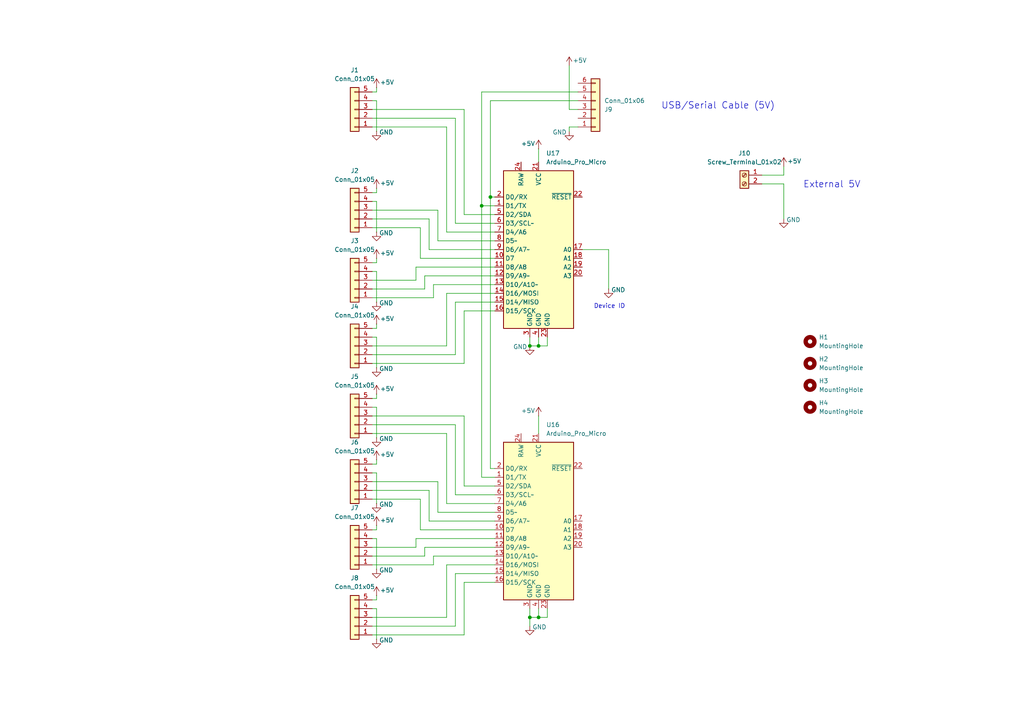
<source format=kicad_sch>
(kicad_sch (version 20231120) (generator "eeschema") (generator_version "8.0")
  (paper "A4")
  (lib_symbols
    (symbol "Connector:Screw_Terminal_01x02" (pin_names (offset 1.016) hide)
      (property "Reference" "J" (at 0 2.54 0))
      (property "Value" "Screw_Terminal_01x02" (at 0 -5.08 0))
      (symbol "Screw_Terminal_01x02_1_1"
        (rectangle (start -1.27 1.27) (end 1.27 -3.81) (stroke (width 0.254)) (fill (type background)))
        (circle (center 0 -2.54) (radius 0.635) (stroke (width 0.1524)))
        (polyline (pts (xy -0.5334 -2.2098) (xy 0.3302 -3.048)) (stroke (width 0.1524)))
        (polyline (pts (xy -0.5334 0.3302) (xy 0.3302 -0.508)) (stroke (width 0.1524)))
        (polyline (pts (xy -0.3556 -2.032) (xy 0.508 -2.8702)) (stroke (width 0.1524)))
        (polyline (pts (xy -0.3556 0.508) (xy 0.508 -0.3302)) (stroke (width 0.1524)))
        (circle (center 0 0) (radius 0.635) (stroke (width 0.1524)))
        (pin passive line (at -5.08 0 0) (length 3.81) (name "Pin_1") (number "1"))
        (pin passive line (at -5.08 -2.54 0) (length 3.81) (name "Pin_2") (number "2"))
      )
    )
    (symbol "Connector_Generic:Conn_01x05" (pin_names (offset 1.016) hide)
      (property "Reference" "J" (at 0 7.62 0))
      (property "Value" "Conn_01x05" (at 0 -7.62 0))
      (symbol "Conn_01x05_1_1"
        (rectangle (start -1.27 -4.953) (end 0 -5.207) (stroke (width 0.1524)))
        (rectangle (start -1.27 -2.413) (end 0 -2.667) (stroke (width 0.1524)))
        (rectangle (start -1.27 0.127) (end 0 -0.127) (stroke (width 0.1524)))
        (rectangle (start -1.27 2.667) (end 0 2.413) (stroke (width 0.1524)))
        (rectangle (start -1.27 5.207) (end 0 4.953) (stroke (width 0.1524)))
        (rectangle (start -1.27 6.35) (end 1.27 -6.35) (stroke (width 0.254)) (fill (type background)))
        (pin passive line (at -5.08 5.08 0) (length 3.81) (name "Pin_1") (number "1"))
        (pin passive line (at -5.08 2.54 0) (length 3.81) (name "Pin_2") (number "2"))
        (pin passive line (at -5.08 0 0) (length 3.81) (name "Pin_3") (number "3"))
        (pin passive line (at -5.08 -2.54 0) (length 3.81) (name "Pin_4") (number "4"))
        (pin passive line (at -5.08 -5.08 0) (length 3.81) (name "Pin_5") (number "5"))
      )
    )
    (symbol "Connector_Generic:Conn_01x06" (pin_names (offset 1.016) hide)
      (property "Reference" "J" (at 0 7.62 0))
      (property "Value" "Conn_01x06" (at 0 -10.16 0))
      (symbol "Conn_01x06_1_1"
        (rectangle (start -1.27 -7.493) (end 0 -7.747) (stroke (width 0.1524)))
        (rectangle (start -1.27 -4.953) (end 0 -5.207) (stroke (width 0.1524)))
        (rectangle (start -1.27 -2.413) (end 0 -2.667) (stroke (width 0.1524)))
        (rectangle (start -1.27 0.127) (end 0 -0.127) (stroke (width 0.1524)))
        (rectangle (start -1.27 2.667) (end 0 2.413) (stroke (width 0.1524)))
        (rectangle (start -1.27 5.207) (end 0 4.953) (stroke (width 0.1524)))
        (rectangle (start -1.27 6.35) (end 1.27 -8.89) (stroke (width 0.254)) (fill (type background)))
        (pin passive line (at -5.08 5.08 0) (length 3.81) (name "Pin_1") (number "1"))
        (pin passive line (at -5.08 2.54 0) (length 3.81) (name "Pin_2") (number "2"))
        (pin passive line (at -5.08 0 0) (length 3.81) (name "Pin_3") (number "3"))
        (pin passive line (at -5.08 -2.54 0) (length 3.81) (name "Pin_4") (number "4"))
        (pin passive line (at -5.08 -5.08 0) (length 3.81) (name "Pin_5") (number "5"))
        (pin passive line (at -5.08 -7.62 0) (length 3.81) (name "Pin_6") (number "6"))
      )
    )
    (symbol "Mechanical:MountingHole" (pin_names (offset 1.016)) (exclude_from_sim yes) (in_bom no)
      (property "Reference" "H" (at 0 5.08 0))
      (property "Value" "MountingHole" (at 0 3.175 0))
      (symbol "MountingHole_0_1"
        (circle (center 0 0) (radius 1.27) (stroke (width 1.27)))
      )
    )
    (symbol "my_arduinos:Arduino_pro_micro"
      (property "Reference" "U" (at 1.9559 26.67 0))
      (property "Value" "Arduino_Pro_Micro" (at 1.9559 24.13 0))
      (symbol "Arduino_pro_micro_0_1"
        (rectangle (start -10.16 22.86) (end 10.16 -22.86) (stroke (width 0.254)) (fill (type background)))
      )
      (symbol "Arduino_pro_micro_1_1"
        (pin bidirectional line (at -12.7 12.7 0) (length 2.54) (name "D1/TX") (number "1"))
        (pin bidirectional line (at -12.7 -2.54 0) (length 2.54) (name "D7") (number "10"))
        (pin bidirectional line (at -12.7 -5.08 0) (length 2.54) (name "D8/A8") (number "11"))
        (pin bidirectional line (at -12.7 -7.62 0) (length 2.54) (name "D9/A9~") (number "12"))
        (pin bidirectional line (at -12.7 -10.16 0) (length 2.54) (name "D10/A10~") (number "13"))
        (pin bidirectional line (at -12.7 -12.7 0) (length 2.54) (name "D16/MOSI") (number "14"))
        (pin bidirectional line (at -12.7 -15.24 0) (length 2.54) (name "D14/MISO") (number "15"))
        (pin bidirectional line (at -12.7 -17.78 0) (length 2.54) (name "D15/SCK") (number "16"))
        (pin bidirectional line (at 12.7 0 180) (length 2.54) (name "A0") (number "17"))
        (pin bidirectional line (at 12.7 -2.54 180) (length 2.54) (name "A1") (number "18"))
        (pin bidirectional line (at 12.7 -5.08 180) (length 2.54) (name "A2") (number "19"))
        (pin bidirectional line (at -12.7 15.24 0) (length 2.54) (name "D0/RX") (number "2"))
        (pin bidirectional line (at 12.7 -7.62 180) (length 2.54) (name "A3") (number "20"))
        (pin power_out line (at 0 25.4 270) (length 2.54) (name "VCC") (number "21"))
        (pin input line (at 12.7 15.24 180) (length 2.54) (name "~{RESET}") (number "22"))
        (pin power_in line (at 2.54 -25.4 90) (length 2.54) (name "GND") (number "23"))
        (pin input line (at -5.08 25.4 270) (length 2.54) (name "RAW") (number "24"))
        (pin power_in line (at -2.54 -25.4 90) (length 2.54) (name "GND") (number "3"))
        (pin power_in line (at 0 -25.4 90) (length 2.54) (name "GND") (number "4"))
        (pin bidirectional line (at -12.7 10.16 0) (length 2.54) (name "D2/SDA") (number "5"))
        (pin bidirectional line (at -12.7 7.62 0) (length 2.54) (name "D3/SCL~") (number "6"))
        (pin bidirectional line (at -12.7 5.08 0) (length 2.54) (name "D4/A6") (number "7"))
        (pin bidirectional line (at -12.7 2.54 0) (length 2.54) (name "D5~") (number "8"))
        (pin bidirectional line (at -12.7 0 0) (length 2.54) (name "D6/A7~") (number "9"))
      )
    )
    (symbol "power:+5V" (power) (pin_numbers hide) (pin_names (offset 0) hide)
      (property "Value" "+5V" (at 0 3.556 0))
      (symbol "+5V_0_1"
        (polyline (pts (xy -0.762 1.27) (xy 0 2.54)))
        (polyline (pts (xy 0 0) (xy 0 2.54)))
        (polyline (pts (xy 0 2.54) (xy 0.762 1.27)))
      )
      (symbol "+5V_1_1"
        (pin power_in line (at 0 0 90) (length 0) (name "~") (number "1"))
      )
    )
    (symbol "power:GND" (power) (pin_numbers hide) (pin_names (offset 0) hide)
      (property "Value" "GND" (at 0 -3.81 0))
      (symbol "GND_0_1"
        (polyline (pts (xy 0 0) (xy 0 -1.27) (xy 1.27 -1.27) (xy 0 -2.54) (xy -1.27 -1.27) (xy 0 -1.27)))
      )
      (symbol "GND_1_1"
        (pin power_in line (at 0 0 270) (length 0) (name "~") (number "1"))
      )
    )
  )
  (junction (at 153.67 100.33))
  (junction (at 156.21 179.07))
  (junction (at 139.7 59.69))
  (junction (at 153.67 179.07))
  (junction (at 156.21 100.33))
  (junction (at 142.24 57.15))
  (wire (pts (xy 121.92 144.78) (xy 121.92 153.67)))
  (wire (pts (xy 109.22 176.53) (xy 109.22 185.42)))
  (wire (pts (xy 107.95 125.73) (xy 129.54 125.73)))
  (wire (pts (xy 156.21 120.65) (xy 156.21 125.73)))
  (wire (pts (xy 129.54 67.31) (xy 143.51 67.31)))
  (wire (pts (xy 107.95 173.99) (xy 109.22 173.99)))
  (wire (pts (xy 107.95 142.24) (xy 124.46 142.24)))
  (wire (pts (xy 156.21 97.79) (xy 156.21 100.33)))
  (wire (pts (xy 109.22 54.61) (xy 109.22 55.88)))
  (wire (pts (xy 109.22 172.72) (xy 109.22 173.99)))
  (wire (pts (xy 125.73 163.83) (xy 125.73 161.29)))
  (wire (pts (xy 139.7 138.43) (xy 139.7 59.69)))
  (wire (pts (xy 127 148.59) (xy 143.51 148.59)))
  (wire (pts (xy 132.08 34.29) (xy 132.08 64.77)))
  (wire (pts (xy 227.33 48.26) (xy 227.33 50.8)))
  (wire (pts (xy 158.75 100.33) (xy 158.75 97.79)))
  (wire (pts (xy 129.54 85.09) (xy 143.51 85.09)))
  (wire (pts (xy 109.22 58.42) (xy 109.22 67.31)))
  (wire (pts (xy 109.22 156.21) (xy 109.22 165.1)))
  (wire (pts (xy 107.95 86.36) (xy 125.73 86.36)))
  (wire (pts (xy 120.65 81.28) (xy 120.65 77.47)))
  (wire (pts (xy 107.95 100.33) (xy 129.54 100.33)))
  (wire (pts (xy 132.08 123.19) (xy 132.08 143.51)))
  (wire (pts (xy 124.46 63.5) (xy 124.46 72.39)))
  (wire (pts (xy 142.24 135.89) (xy 142.24 57.15)))
  (wire (pts (xy 109.22 29.21) (xy 109.22 38.1)))
  (wire (pts (xy 129.54 163.83) (xy 143.51 163.83)))
  (wire (pts (xy 107.95 139.7) (xy 127 139.7)))
  (wire (pts (xy 134.62 120.65) (xy 134.62 140.97)))
  (wire (pts (xy 124.46 72.39) (xy 143.51 72.39)))
  (wire (pts (xy 123.19 83.82) (xy 123.19 80.01)))
  (wire (pts (xy 107.95 60.96) (xy 127 60.96)))
  (wire (pts (xy 220.98 53.34) (xy 227.33 53.34)))
  (wire (pts (xy 121.92 74.93) (xy 143.51 74.93)))
  (wire (pts (xy 107.95 156.21) (xy 109.22 156.21)))
  (wire (pts (xy 107.95 26.67) (xy 109.22 26.67)))
  (wire (pts (xy 109.22 97.79) (xy 109.22 106.68)))
  (wire (pts (xy 132.08 143.51) (xy 143.51 143.51)))
  (wire (pts (xy 165.1 19.05) (xy 165.1 31.75)))
  (wire (pts (xy 156.21 179.07) (xy 156.21 176.53)))
  (wire (pts (xy 220.98 50.8) (xy 227.33 50.8)))
  (wire (pts (xy 107.95 134.62) (xy 109.22 134.62)))
  (wire (pts (xy 153.67 97.79) (xy 153.67 100.33)))
  (wire (pts (xy 167.64 31.75) (xy 165.1 31.75)))
  (wire (pts (xy 120.65 156.21) (xy 143.51 156.21)))
  (wire (pts (xy 129.54 36.83) (xy 129.54 67.31)))
  (wire (pts (xy 127 60.96) (xy 127 69.85)))
  (wire (pts (xy 124.46 142.24) (xy 124.46 151.13)))
  (wire (pts (xy 165.1 38.1) (xy 165.1 36.83)))
  (wire (pts (xy 107.95 102.87) (xy 132.08 102.87)))
  (wire (pts (xy 107.95 58.42) (xy 109.22 58.42)))
  (wire (pts (xy 107.95 78.74) (xy 109.22 78.74)))
  (wire (pts (xy 124.46 151.13) (xy 143.51 151.13)))
  (wire (pts (xy 143.51 135.89) (xy 142.24 135.89)))
  (wire (pts (xy 107.95 181.61) (xy 132.08 181.61)))
  (wire (pts (xy 107.95 161.29) (xy 123.19 161.29)))
  (wire (pts (xy 109.22 114.3) (xy 109.22 115.57)))
  (wire (pts (xy 132.08 64.77) (xy 143.51 64.77)))
  (wire (pts (xy 125.73 161.29) (xy 143.51 161.29)))
  (wire (pts (xy 125.73 86.36) (xy 125.73 82.55)))
  (wire (pts (xy 107.95 36.83) (xy 129.54 36.83)))
  (wire (pts (xy 158.75 179.07) (xy 158.75 176.53)))
  (wire (pts (xy 134.62 140.97) (xy 143.51 140.97)))
  (wire (pts (xy 132.08 87.63) (xy 143.51 87.63)))
  (wire (pts (xy 134.62 62.23) (xy 143.51 62.23)))
  (wire (pts (xy 121.92 66.04) (xy 121.92 74.93)))
  (wire (pts (xy 129.54 100.33) (xy 129.54 85.09)))
  (wire (pts (xy 107.95 115.57) (xy 109.22 115.57)))
  (wire (pts (xy 107.95 123.19) (xy 132.08 123.19)))
  (wire (pts (xy 107.95 83.82) (xy 123.19 83.82)))
  (wire (pts (xy 107.95 76.2) (xy 109.22 76.2)))
  (wire (pts (xy 139.7 59.69) (xy 139.7 26.67)))
  (wire (pts (xy 153.67 100.33) (xy 156.21 100.33)))
  (wire (pts (xy 109.22 137.16) (xy 109.22 146.05)))
  (wire (pts (xy 143.51 138.43) (xy 139.7 138.43)))
  (wire (pts (xy 156.21 43.18) (xy 156.21 46.99)))
  (wire (pts (xy 134.62 168.91) (xy 143.51 168.91)))
  (wire (pts (xy 176.53 72.39) (xy 176.53 83.82)))
  (wire (pts (xy 134.62 90.17) (xy 143.51 90.17)))
  (wire (pts (xy 134.62 31.75) (xy 134.62 62.23)))
  (wire (pts (xy 127 139.7) (xy 127 148.59)))
  (wire (pts (xy 109.22 152.4) (xy 109.22 153.67)))
  (wire (pts (xy 120.65 158.75) (xy 120.65 156.21)))
  (wire (pts (xy 107.95 63.5) (xy 124.46 63.5)))
  (wire (pts (xy 129.54 125.73) (xy 129.54 146.05)))
  (wire (pts (xy 153.67 179.07) (xy 156.21 179.07)))
  (wire (pts (xy 107.95 97.79) (xy 109.22 97.79)))
  (wire (pts (xy 107.95 66.04) (xy 121.92 66.04)))
  (wire (pts (xy 168.91 72.39) (xy 176.53 72.39)))
  (wire (pts (xy 107.95 120.65) (xy 134.62 120.65)))
  (wire (pts (xy 132.08 181.61) (xy 132.08 166.37)))
  (wire (pts (xy 142.24 57.15) (xy 143.51 57.15)))
  (wire (pts (xy 142.24 57.15) (xy 142.24 29.21)))
  (wire (pts (xy 123.19 80.01) (xy 143.51 80.01)))
  (wire (pts (xy 109.22 93.98) (xy 109.22 95.25)))
  (wire (pts (xy 107.95 31.75) (xy 134.62 31.75)))
  (wire (pts (xy 134.62 184.15) (xy 134.62 168.91)))
  (wire (pts (xy 127 69.85) (xy 143.51 69.85)))
  (wire (pts (xy 156.21 100.33) (xy 158.75 100.33)))
  (wire (pts (xy 120.65 77.47) (xy 143.51 77.47)))
  (wire (pts (xy 107.95 29.21) (xy 109.22 29.21)))
  (wire (pts (xy 107.95 137.16) (xy 109.22 137.16)))
  (wire (pts (xy 132.08 166.37) (xy 143.51 166.37)))
  (wire (pts (xy 109.22 78.74) (xy 109.22 87.63)))
  (wire (pts (xy 107.95 176.53) (xy 109.22 176.53)))
  (wire (pts (xy 227.33 53.34) (xy 227.33 63.5)))
  (wire (pts (xy 107.95 55.88) (xy 109.22 55.88)))
  (wire (pts (xy 107.95 179.07) (xy 129.54 179.07)))
  (wire (pts (xy 132.08 102.87) (xy 132.08 87.63)))
  (wire (pts (xy 107.95 153.67) (xy 109.22 153.67)))
  (wire (pts (xy 129.54 179.07) (xy 129.54 163.83)))
  (wire (pts (xy 153.67 179.07) (xy 153.67 181.61)))
  (wire (pts (xy 134.62 105.41) (xy 134.62 90.17)))
  (wire (pts (xy 109.22 118.11) (xy 109.22 127)))
  (wire (pts (xy 107.95 163.83) (xy 125.73 163.83)))
  (wire (pts (xy 139.7 26.67) (xy 167.64 26.67)))
  (wire (pts (xy 109.22 133.35) (xy 109.22 134.62)))
  (wire (pts (xy 125.73 82.55) (xy 143.51 82.55)))
  (wire (pts (xy 156.21 179.07) (xy 158.75 179.07)))
  (wire (pts (xy 142.24 29.21) (xy 167.64 29.21)))
  (wire (pts (xy 109.22 25.4) (xy 109.22 26.67)))
  (wire (pts (xy 107.95 81.28) (xy 120.65 81.28)))
  (wire (pts (xy 107.95 158.75) (xy 120.65 158.75)))
  (wire (pts (xy 123.19 161.29) (xy 123.19 158.75)))
  (wire (pts (xy 153.67 176.53) (xy 153.67 179.07)))
  (wire (pts (xy 107.95 95.25) (xy 109.22 95.25)))
  (wire (pts (xy 139.7 59.69) (xy 143.51 59.69)))
  (wire (pts (xy 107.95 184.15) (xy 134.62 184.15)))
  (wire (pts (xy 107.95 144.78) (xy 121.92 144.78)))
  (wire (pts (xy 107.95 118.11) (xy 109.22 118.11)))
  (wire (pts (xy 129.54 146.05) (xy 143.51 146.05)))
  (wire (pts (xy 107.95 34.29) (xy 132.08 34.29)))
  (wire (pts (xy 165.1 36.83) (xy 167.64 36.83)))
  (wire (pts (xy 123.19 158.75) (xy 143.51 158.75)))
  (wire (pts (xy 107.95 105.41) (xy 134.62 105.41)))
  (wire (pts (xy 121.92 153.67) (xy 143.51 153.67)))
  (wire (pts (xy 109.22 74.93) (xy 109.22 76.2)))
  (text "Device ID" (at 176.784 88.9 0) (effects (font (size 1.27 1.27))))
  (text "External 5V" (at 241.3 53.594 0) (effects (font (size 1.905 1.905))))
  (text "USB/Serial Cable (5V)" (at 208.28 30.734 0) (effects (font (size 1.905 1.905))))
  (symbol (lib_id "power:+5V") (at 109.22 172.72 0) (unit 1)
    (property "Reference" "#PWR02" (effects (hide yes)))
    (property "Value" "+5V" (at 112.268 171.196 0))
    (property "Description" "Power symbol creates a global label with name \"+5V\"" (effects (hide yes)))
  )
  (symbol (lib_id "power:GND") (at 109.22 165.1 0) (unit 1)
    (property "Reference" "#PWR04" (effects (hide yes)))
    (property "Value" "GND" (at 112.014 165.354 0))
    (property "Description" "Power symbol creates a global label with name \"GND\" , ground" (effects (hide yes)))
  )
  (symbol (lib_id "power:GND") (at 176.53 83.82 0) (unit 1)
    (property "Reference" "#PWR017" (effects (hide yes)))
    (property "Value" "GND" (at 179.324 84.074 0))
    (property "Description" "Power symbol creates a global label with name \"GND\" , ground" (effects (hide yes)))
  )
  (symbol (lib_id "power:+5V") (at 156.21 120.65 0) (mirror y) (unit 1)
    (property "Reference" "#PWR022" (effects (hide yes)))
    (property "Value" "+5V" (at 153.162 119.126 0))
    (property "Description" "Power symbol creates a global label with name \"+5V\"" (effects (hide yes)))
  )
  (symbol (lib_id "power:+5V") (at 165.1 19.05 0) (unit 1)
    (property "Reference" "#PWR019" (effects (hide yes)))
    (property "Value" "+5V" (at 168.148 17.526 0))
    (property "Description" "Power symbol creates a global label with name \"+5V\"" (effects (hide yes)))
  )
  (symbol (lib_id "power:GND") (at 109.22 67.31 0) (unit 1)
    (property "Reference" "#PWR014" (effects (hide yes)))
    (property "Value" "GND" (at 112.014 67.564 0))
    (property "Description" "Power symbol creates a global label with name \"GND\" , ground" (effects (hide yes)))
  )
  (symbol (lib_id "power:GND") (at 153.67 100.33 0) (mirror y) (unit 1)
    (property "Reference" "#PWR023" (effects (hide yes)))
    (property "Value" "GND" (at 150.876 100.584 0))
    (property "Description" "Power symbol creates a global label with name \"GND\" , ground" (effects (hide yes)))
  )
  (symbol (lib_id "power:+5V") (at 227.33 48.26 0) (unit 1)
    (property "Reference" "#PWR025" (effects (hide yes)))
    (property "Value" "+5V" (at 230.378 46.736 0))
    (property "Description" "Power symbol creates a global label with name \"+5V\"" (effects (hide yes)))
  )
  (symbol (lib_id "Connector_Generic:Conn_01x05") (at 102.87 81.28 180) (unit 1)
    (property "Reference" "J3" (at 102.87 69.85 0))
    (property "Value" "Conn_01x05" (at 102.87 72.39 0))
    (property "Footprint" "Connector_PinHeader_2.54mm:PinHeader_1x05_P2.54mm_Vertical" (effects (hide yes)))
    (property "Description" "Generic connector, single row, 01x05, script generated (kicad-library-utils/schlib/autogen/connector/)" (effects (hide yes)))
  )
  (symbol (lib_id "Connector_Generic:Conn_01x05") (at 102.87 158.75 180) (unit 1)
    (property "Reference" "J7" (at 102.87 147.32 0))
    (property "Value" "Conn_01x05" (at 102.87 149.86 0))
    (property "Footprint" "Connector_PinHeader_2.54mm:PinHeader_1x05_P2.54mm_Vertical" (effects (hide yes)))
    (property "Description" "Generic connector, single row, 01x05, script generated (kicad-library-utils/schlib/autogen/connector/)" (effects (hide yes)))
  )
  (symbol (lib_id "Mechanical:MountingHole") (at 234.95 118.11 0) (unit 1) (exclude_from_sim yes) (in_bom no)
    (property "Reference" "H4" (at 237.49 116.8399 0) (effects (justify left)))
    (property "Value" "MountingHole" (at 237.49 119.3799 0) (effects (justify left)))
    (property "Footprint" "MountingHole:MountingHole_4.3mm_M4" (effects (hide yes)))
    (property "Description" "Mounting Hole without connection" (effects (hide yes)))
  )
  (symbol (lib_id "Mechanical:MountingHole") (at 234.95 111.76 0) (unit 1) (exclude_from_sim yes) (in_bom no)
    (property "Reference" "H3" (at 237.49 110.4899 0) (effects (justify left)))
    (property "Value" "MountingHole" (at 237.49 113.0299 0) (effects (justify left)))
    (property "Footprint" "MountingHole:MountingHole_4.3mm_M4" (effects (hide yes)))
    (property "Description" "Mounting Hole without connection" (effects (hide yes)))
  )
  (symbol (lib_id "power:+5V") (at 109.22 152.4 0) (unit 1)
    (property "Reference" "#PWR03" (effects (hide yes)))
    (property "Value" "+5V" (at 112.268 150.876 0))
    (property "Description" "Power symbol creates a global label with name \"+5V\"" (effects (hide yes)))
  )
  (symbol (lib_id "Connector_Generic:Conn_01x05") (at 102.87 31.75 180) (unit 1)
    (property "Reference" "J1" (at 102.87 20.32 0))
    (property "Value" "Conn_01x05" (at 102.87 22.86 0))
    (property "Footprint" "Connector_PinHeader_2.54mm:PinHeader_1x05_P2.54mm_Vertical" (effects (hide yes)))
    (property "Description" "Generic connector, single row, 01x05, script generated (kicad-library-utils/schlib/autogen/connector/)" (effects (hide yes)))
  )
  (symbol (lib_id "power:+5V") (at 109.22 25.4 0) (unit 1)
    (property "Reference" "#PWR015" (effects (hide yes)))
    (property "Value" "+5V" (at 112.268 23.876 0))
    (property "Description" "Power symbol creates a global label with name \"+5V\"" (effects (hide yes)))
  )
  (symbol (lib_id "Connector_Generic:Conn_01x05") (at 102.87 179.07 180) (unit 1)
    (property "Reference" "J8" (at 102.87 167.64 0))
    (property "Value" "Conn_01x05" (at 102.87 170.18 0))
    (property "Footprint" "Connector_PinHeader_2.54mm:PinHeader_1x05_P2.54mm_Vertical" (effects (hide yes)))
    (property "Description" "Generic connector, single row, 01x05, script generated (kicad-library-utils/schlib/autogen/connector/)" (effects (hide yes)))
  )
  (symbol (lib_id "Connector_Generic:Conn_01x05") (at 102.87 60.96 180) (unit 1)
    (property "Reference" "J2" (at 102.87 49.53 0))
    (property "Value" "Conn_01x05" (at 102.87 52.07 0))
    (property "Footprint" "Connector_PinHeader_2.54mm:PinHeader_1x05_P2.54mm_Vertical" (effects (hide yes)))
    (property "Description" "Generic connector, single row, 01x05, script generated (kicad-library-utils/schlib/autogen/connector/)" (effects (hide yes)))
  )
  (symbol (lib_id "Mechanical:MountingHole") (at 234.95 99.06 0) (unit 1) (exclude_from_sim yes) (in_bom no)
    (property "Reference" "H1" (at 237.49 97.7899 0) (effects (justify left)))
    (property "Value" "MountingHole" (at 237.49 100.3299 0) (effects (justify left)))
    (property "Footprint" "MountingHole:MountingHole_4.3mm_M4" (effects (hide yes)))
    (property "Description" "Mounting Hole without connection" (effects (hide yes)))
  )
  (symbol (lib_id "power:GND") (at 165.1 38.1 0) (mirror y) (unit 1)
    (property "Reference" "#PWR018" (effects (hide yes)))
    (property "Value" "GND" (at 162.306 38.354 0))
    (property "Description" "Power symbol creates a global label with name \"GND\" , ground" (effects (hide yes)))
  )
  (symbol (lib_id "power:+5V") (at 109.22 54.61 0) (unit 1)
    (property "Reference" "#PWR013" (effects (hide yes)))
    (property "Value" "+5V" (at 112.268 53.086 0))
    (property "Description" "Power symbol creates a global label with name \"+5V\"" (effects (hide yes)))
  )
  (symbol (lib_id "power:+5V") (at 109.22 133.35 0) (unit 1)
    (property "Reference" "#PWR05" (effects (hide yes)))
    (property "Value" "+5V" (at 112.268 131.826 0))
    (property "Description" "Power symbol creates a global label with name \"+5V\"" (effects (hide yes)))
  )
  (symbol (lib_id "power:+5V") (at 109.22 114.3 0) (unit 1)
    (property "Reference" "#PWR07" (effects (hide yes)))
    (property "Value" "+5V" (at 112.268 112.776 0))
    (property "Description" "Power symbol creates a global label with name \"+5V\"" (effects (hide yes)))
  )
  (symbol (lib_id "Connector:Screw_Terminal_01x02") (at 215.9 50.8 0) (mirror y) (unit 1)
    (property "Reference" "J10" (at 215.9 44.45 0))
    (property "Value" "Screw_Terminal_01x02" (at 215.9 46.99 0))
    (property "Footprint" "Connector_Wago:Wago_734-132_1x02_P3.50mm_Vertical" (effects (hide yes)))
    (property "Description" "Generic screw terminal, single row, 01x02, script generated (kicad-library-utils/schlib/autogen/connector/)" (effects (hide yes)))
  )
  (symbol (lib_id "Connector_Generic:Conn_01x05") (at 102.87 100.33 180) (unit 1)
    (property "Reference" "J4" (at 102.87 88.9 0))
    (property "Value" "Conn_01x05" (at 102.87 91.44 0))
    (property "Footprint" "Connector_PinHeader_2.54mm:PinHeader_1x05_P2.54mm_Vertical" (effects (hide yes)))
    (property "Description" "Generic connector, single row, 01x05, script generated (kicad-library-utils/schlib/autogen/connector/)" (effects (hide yes)))
  )
  (symbol (lib_id "power:+5V") (at 156.21 43.18 0) (mirror y) (unit 1)
    (property "Reference" "#PWR021" (effects (hide yes)))
    (property "Value" "+5V" (at 153.162 41.656 0))
    (property "Description" "Power symbol creates a global label with name \"+5V\"" (effects (hide yes)))
  )
  (symbol (lib_id "power:+5V") (at 109.22 93.98 0) (unit 1)
    (property "Reference" "#PWR09" (effects (hide yes)))
    (property "Value" "+5V" (at 112.268 92.456 0))
    (property "Description" "Power symbol creates a global label with name \"+5V\"" (effects (hide yes)))
  )
  (symbol (lib_id "Connector_Generic:Conn_01x05") (at 102.87 120.65 180) (unit 1)
    (property "Reference" "J5" (at 102.87 109.22 0))
    (property "Value" "Conn_01x05" (at 102.87 111.76 0))
    (property "Footprint" "Connector_PinHeader_2.54mm:PinHeader_1x05_P2.54mm_Vertical" (effects (hide yes)))
    (property "Description" "Generic connector, single row, 01x05, script generated (kicad-library-utils/schlib/autogen/connector/)" (effects (hide yes)))
  )
  (symbol (lib_id "power:GND") (at 109.22 185.42 0) (unit 1)
    (property "Reference" "#PWR01" (effects (hide yes)))
    (property "Value" "GND" (at 112.014 185.674 0))
    (property "Description" "Power symbol creates a global label with name \"GND\" , ground" (effects (hide yes)))
  )
  (symbol (lib_id "power:GND") (at 109.22 146.05 0) (unit 1)
    (property "Reference" "#PWR06" (effects (hide yes)))
    (property "Value" "GND" (at 112.014 146.304 0))
    (property "Description" "Power symbol creates a global label with name \"GND\" , ground" (effects (hide yes)))
  )
  (symbol (lib_id "Mechanical:MountingHole") (at 234.95 105.41 0) (unit 1) (exclude_from_sim yes) (in_bom no)
    (property "Reference" "H2" (at 237.49 104.1399 0) (effects (justify left)))
    (property "Value" "MountingHole" (at 237.49 106.6799 0) (effects (justify left)))
    (property "Footprint" "MountingHole:MountingHole_4.3mm_M4" (effects (hide yes)))
    (property "Description" "Mounting Hole without connection" (effects (hide yes)))
  )
  (symbol (lib_id "Connector_Generic:Conn_01x06") (at 172.72 31.75 0) (mirror x) (unit 1)
    (property "Reference" "J9" (at 175.26 31.7501 0) (effects (justify left)))
    (property "Value" "Conn_01x06" (at 175.26 29.2101 0) (effects (justify left)))
    (property "Footprint" "Connector_PinHeader_2.54mm:PinHeader_1x06_P2.54mm_Vertical" (effects (hide yes)))
    (property "Description" "Generic connector, single row, 01x06, script generated (kicad-library-utils/schlib/autogen/connector/)" (effects (hide yes)))
  )
  (symbol (lib_id "power:GND") (at 227.33 63.5 0) (unit 1)
    (property "Reference" "#PWR024" (effects (hide yes)))
    (property "Value" "GND" (at 230.124 63.754 0))
    (property "Description" "Power symbol creates a global label with name \"GND\" , ground" (effects (hide yes)))
  )
  (symbol (lib_id "Connector_Generic:Conn_01x05") (at 102.87 139.7 180) (unit 1)
    (property "Reference" "J6" (at 102.87 128.27 0))
    (property "Value" "Conn_01x05" (at 102.87 130.81 0))
    (property "Footprint" "Connector_PinHeader_2.54mm:PinHeader_1x05_P2.54mm_Vertical" (effects (hide yes)))
    (property "Description" "Generic connector, single row, 01x05, script generated (kicad-library-utils/schlib/autogen/connector/)" (effects (hide yes)))
  )
  (symbol (lib_id "my_arduinos:Arduino_pro_micro") (at 156.21 151.13 0) (unit 1)
    (property "Reference" "U16" (at 158.4041 123.19 0) (effects (justify left)))
    (property "Value" "Arduino_Pro_Micro" (at 158.4041 125.73 0) (effects (justify left)))
    (property "Footprint" "Package_DIP:DIP-24_W15.24mm_LongPads" (effects (hide yes)))
  )
  (symbol (lib_id "power:GND") (at 109.22 106.68 0) (unit 1)
    (property "Reference" "#PWR010" (effects (hide yes)))
    (property "Value" "GND" (at 112.014 106.934 0))
    (property "Description" "Power symbol creates a global label with name \"GND\" , ground" (effects (hide yes)))
  )
  (symbol (lib_id "power:GND") (at 153.67 181.61 0) (unit 1)
    (property "Reference" "#PWR020" (effects (hide yes)))
    (property "Value" "GND" (at 156.464 181.864 0))
    (property "Description" "Power symbol creates a global label with name \"GND\" , ground" (effects (hide yes)))
  )
  (symbol (lib_id "power:+5V") (at 109.22 74.93 0) (unit 1)
    (property "Reference" "#PWR011" (effects (hide yes)))
    (property "Value" "+5V" (at 112.268 73.406 0))
    (property "Description" "Power symbol creates a global label with name \"+5V\"" (effects (hide yes)))
  )
  (symbol (lib_id "power:GND") (at 109.22 87.63 0) (unit 1)
    (property "Reference" "#PWR012" (effects (hide yes)))
    (property "Value" "GND" (at 112.014 87.884 0))
    (property "Description" "Power symbol creates a global label with name \"GND\" , ground" (effects (hide yes)))
  )
  (symbol (lib_id "my_arduinos:Arduino_pro_micro") (at 156.21 72.39 0) (unit 1)
    (property "Reference" "U17" (at 158.4041 44.45 0) (effects (justify left)))
    (property "Value" "Arduino_Pro_Micro" (at 158.4041 46.99 0) (effects (justify left)))
    (property "Footprint" "Package_DIP:DIP-24_W15.24mm_LongPads" (effects (hide yes)))
  )
  (symbol (lib_id "power:GND") (at 109.22 38.1 0) (unit 1)
    (property "Reference" "#PWR016" (effects (hide yes)))
    (property "Value" "GND" (at 112.014 38.354 0))
    (property "Description" "Power symbol creates a global label with name \"GND\" , ground" (effects (hide yes)))
  )
  (symbol (lib_id "power:GND") (at 109.22 127 0) (unit 1)
    (property "Reference" "#PWR08" (effects (hide yes)))
    (property "Value" "GND" (at 112.014 127.254 0))
    (property "Description" "Power symbol creates a global label with name \"GND\" , ground" (effects (hide yes)))
  )
)
</source>
